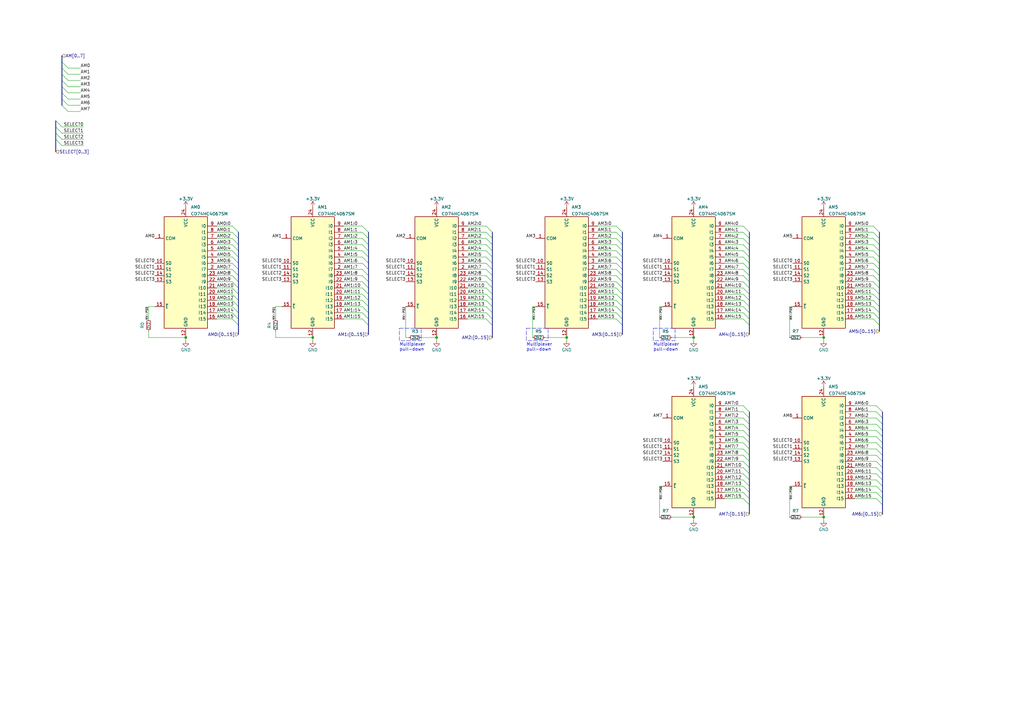
<source format=kicad_sch>
(kicad_sch (version 20230121) (generator eeschema)
  (paper "A3")
  (title_block (title "Chancey Keyboard") (date "2023-06-01") (rev "A-A"))
  (lib_symbols
    (symbol "74xx:CD74HC4067SM"
      (property "Reference" "U" (at -8.89 22.86 0))
      (property "Value" "CD74HC4067SM" (at 1.27 22.86 0))
      (symbol "CD74HC4067SM_0_1"
        (rectangle (start -8.89 21.59) (end 8.89 -24.13) (stroke (width 0.254)) (fill (type background)))
      )
      (symbol "CD74HC4067SM_1_1"
        (pin passive line (at -12.7 12.7 0) (length 3.81) (name "COM") (number "1"))
        (pin input line (at -12.7 2.54 0) (length 3.81) (name "S0") (number "10"))
        (pin input line (at -12.7 0 0) (length 3.81) (name "S1") (number "11"))
        (pin power_in line (at 0 -27.94 90) (length 3.81) (name "GND") (number "12"))
        (pin input line (at -12.7 -5.08 0) (length 3.81) (name "S3") (number "13"))
        (pin input line (at -12.7 -2.54 0) (length 3.81) (name "S2") (number "14"))
        (pin input line (at -12.7 -15.24 0) (length 3.81) (name "~{E}") (number "15"))
        (pin passive line (at 12.7 -20.32 180) (length 3.81) (name "I15") (number "16"))
        (pin passive line (at 12.7 -17.78 180) (length 3.81) (name "I14") (number "17"))
        (pin passive line (at 12.7 -15.24 180) (length 3.81) (name "I13") (number "18"))
        (pin passive line (at 12.7 -12.7 180) (length 3.81) (name "I12") (number "19"))
        (pin passive line (at 12.7 0 180) (length 3.81) (name "I7") (number "2"))
        (pin passive line (at 12.7 -10.16 180) (length 3.81) (name "I11") (number "20"))
        (pin passive line (at 12.7 -7.62 180) (length 3.81) (name "I10") (number "21"))
        (pin passive line (at 12.7 -5.08 180) (length 3.81) (name "I9") (number "22"))
        (pin passive line (at 12.7 -2.54 180) (length 3.81) (name "I8") (number "23"))
        (pin power_in line (at 0 25.4 270) (length 3.81) (name "VCC") (number "24"))
        (pin passive line (at 12.7 2.54 180) (length 3.81) (name "I6") (number "3"))
        (pin passive line (at 12.7 5.08 180) (length 3.81) (name "I5") (number "4"))
        (pin passive line (at 12.7 7.62 180) (length 3.81) (name "I4") (number "5"))
        (pin passive line (at 12.7 10.16 180) (length 3.81) (name "I3") (number "6"))
        (pin passive line (at 12.7 12.7 180) (length 3.81) (name "I2") (number "7"))
        (pin passive line (at 12.7 15.24 180) (length 3.81) (name "I1") (number "8"))
        (pin passive line (at 12.7 17.78 180) (length 3.81) (name "I0") (number "9"))
      )
    )
    (symbol "Device:R_Small" (pin_numbers hide) (pin_names (offset 0.254) hide)
      (property "Reference" "R" (at 0.762 0.508 0))
      (property "Value" "R_Small" (at 0.762 -1.016 0))
      (symbol "R_Small_0_1"
        (rectangle (start -0.762 1.778) (end 0.762 -1.778) (stroke (width 0.2032)))
      )
      (symbol "R_Small_1_1"
        (pin passive line (at 0 2.54 270) (length 0.762) (name "~") (number "1"))
        (pin passive line (at 0 -2.54 90) (length 0.762) (name "~") (number "2"))
      )
    )
    (symbol "power:+3.3V" (power) (pin_names (offset 0))
      (property "Value" "+3.3V" (at 0 3.556 0))
      (symbol "+3.3V_0_1"
        (polyline (pts (xy -0.762 1.27) (xy 0 2.54)))
        (polyline (pts (xy 0 0) (xy 0 2.54)))
        (polyline (pts (xy 0 2.54) (xy 0.762 1.27)))
      )
      (symbol "+3.3V_1_1"
        (pin power_in line (at 0 0 90) (length 0) hide (name "+3.3V") (number "1"))
      )
    )
    (symbol "power:GND" (power) (pin_names (offset 0))
      (property "Value" "GND" (at 0 -3.81 0))
      (symbol "GND_0_1"
        (polyline (pts (xy 0 0) (xy 0 -1.27) (xy 1.27 -1.27) (xy 0 -2.54) (xy -1.27 -1.27) (xy 0 -1.27)))
      )
      (symbol "GND_1_1"
        (pin power_in line (at 0 0 270) (length 0) hide (name "GND") (number "1"))
      )
    )
  )
  (junction (at 179.07 138.43))
  (junction (at 284.48 212.09))
  (junction (at 76.2 138.43))
  (junction (at 284.48 138.43))
  (junction (at 337.82 138.43))
  (junction (at 337.82 212.09))
  (junction (at 128.27 138.43))
  (junction (at 232.41 138.43))
  (bus_entry (at 304.8 97.79) (size 2.54 2.54))
  (bus_entry (at 304.8 176.53) (size 2.54 2.54))
  (bus_entry (at 199.39 92.71) (size 2.54 2.54))
  (bus_entry (at 359.41 191.77) (size 2.54 2.54))
  (bus_entry (at 304.8 166.37) (size 2.54 2.54))
  (bus_entry (at 304.8 189.23) (size 2.54 2.54))
  (bus_entry (at 252.73 128.27) (size 2.54 2.54))
  (bus_entry (at 199.39 130.81) (size 2.54 2.54))
  (bus_entry (at 358.14 130.81) (size 2.54 2.54))
  (bus_entry (at 359.41 194.31) (size 2.54 2.54))
  (bus_entry (at 359.41 181.61) (size 2.54 2.54))
  (bus_entry (at 304.8 118.11) (size 2.54 2.54))
  (bus_entry (at 252.73 130.81) (size 2.54 2.54))
  (bus_entry (at 95.25 92.71) (size 2.54 2.54))
  (bus_entry (at 358.14 120.65) (size 2.54 2.54))
  (bus_entry (at 252.73 113.03) (size 2.54 2.54))
  (bus_entry (at 95.25 130.81) (size 2.54 2.54))
  (bus_entry (at 304.8 191.77) (size 2.54 2.54))
  (bus_entry (at 25.4 43.18) (size 2.54 2.54))
  (bus_entry (at 199.39 123.19) (size 2.54 2.54))
  (bus_entry (at 304.8 204.47) (size 2.54 2.54))
  (bus_entry (at 252.73 95.25) (size 2.54 2.54))
  (bus_entry (at 252.73 92.71) (size 2.54 2.54))
  (bus_entry (at 304.8 110.49) (size 2.54 2.54))
  (bus_entry (at 358.14 92.71) (size 2.54 2.54))
  (bus_entry (at 358.14 100.33) (size 2.54 2.54))
  (bus_entry (at 95.25 115.57) (size 2.54 2.54))
  (bus_entry (at 304.8 184.15) (size 2.54 2.54))
  (bus_entry (at 304.8 95.25) (size 2.54 2.54))
  (bus_entry (at 148.59 102.87) (size 2.54 2.54))
  (bus_entry (at 304.8 100.33) (size 2.54 2.54))
  (bus_entry (at 304.8 107.95) (size 2.54 2.54))
  (bus_entry (at 95.25 118.11) (size 2.54 2.54))
  (bus_entry (at 304.8 105.41) (size 2.54 2.54))
  (bus_entry (at 358.14 123.19) (size 2.54 2.54))
  (bus_entry (at 95.25 105.41) (size 2.54 2.54))
  (bus_entry (at 359.41 173.99) (size 2.54 2.54))
  (bus_entry (at 199.39 118.11) (size 2.54 2.54))
  (bus_entry (at 358.14 115.57) (size 2.54 2.54))
  (bus_entry (at 304.8 128.27) (size 2.54 2.54))
  (bus_entry (at 304.8 181.61) (size 2.54 2.54))
  (bus_entry (at 304.8 168.91) (size 2.54 2.54))
  (bus_entry (at 95.25 113.03) (size 2.54 2.54))
  (bus_entry (at 252.73 120.65) (size 2.54 2.54))
  (bus_entry (at 304.8 186.69) (size 2.54 2.54))
  (bus_entry (at 358.14 97.79) (size 2.54 2.54))
  (bus_entry (at 358.14 125.73) (size 2.54 2.54))
  (bus_entry (at 199.39 102.87) (size 2.54 2.54))
  (bus_entry (at 252.73 100.33) (size 2.54 2.54))
  (bus_entry (at 358.14 102.87) (size 2.54 2.54))
  (bus_entry (at 22.86 52.07) (size 2.54 2.54))
  (bus_entry (at 148.59 113.03) (size 2.54 2.54))
  (bus_entry (at 304.8 171.45) (size 2.54 2.54))
  (bus_entry (at 25.4 25.4) (size 2.54 2.54))
  (bus_entry (at 304.8 179.07) (size 2.54 2.54))
  (bus_entry (at 95.25 125.73) (size 2.54 2.54))
  (bus_entry (at 359.41 176.53) (size 2.54 2.54))
  (bus_entry (at 95.25 97.79) (size 2.54 2.54))
  (bus_entry (at 148.59 92.71) (size 2.54 2.54))
  (bus_entry (at 304.8 125.73) (size 2.54 2.54))
  (bus_entry (at 199.39 113.03) (size 2.54 2.54))
  (bus_entry (at 358.14 105.41) (size 2.54 2.54))
  (bus_entry (at 358.14 110.49) (size 2.54 2.54))
  (bus_entry (at 25.4 38.1) (size 2.54 2.54))
  (bus_entry (at 358.14 118.11) (size 2.54 2.54))
  (bus_entry (at 22.86 57.15) (size 2.54 2.54))
  (bus_entry (at 148.59 128.27) (size 2.54 2.54))
  (bus_entry (at 359.41 189.23) (size 2.54 2.54))
  (bus_entry (at 199.39 107.95) (size 2.54 2.54))
  (bus_entry (at 252.73 125.73) (size 2.54 2.54))
  (bus_entry (at 252.73 110.49) (size 2.54 2.54))
  (bus_entry (at 358.14 128.27) (size 2.54 2.54))
  (bus_entry (at 25.4 33.02) (size 2.54 2.54))
  (bus_entry (at 304.8 102.87) (size 2.54 2.54))
  (bus_entry (at 304.8 130.81) (size 2.54 2.54))
  (bus_entry (at 304.8 196.85) (size 2.54 2.54))
  (bus_entry (at 25.4 40.64) (size 2.54 2.54))
  (bus_entry (at 304.8 199.39) (size 2.54 2.54))
  (bus_entry (at 304.8 123.19) (size 2.54 2.54))
  (bus_entry (at 148.59 125.73) (size 2.54 2.54))
  (bus_entry (at 359.41 204.47) (size 2.54 2.54))
  (bus_entry (at 359.41 168.91) (size 2.54 2.54))
  (bus_entry (at 148.59 123.19) (size 2.54 2.54))
  (bus_entry (at 304.8 201.93) (size 2.54 2.54))
  (bus_entry (at 25.4 35.56) (size 2.54 2.54))
  (bus_entry (at 95.25 100.33) (size 2.54 2.54))
  (bus_entry (at 148.59 120.65) (size 2.54 2.54))
  (bus_entry (at 199.39 97.79) (size 2.54 2.54))
  (bus_entry (at 304.8 92.71) (size 2.54 2.54))
  (bus_entry (at 359.41 196.85) (size 2.54 2.54))
  (bus_entry (at 22.86 49.53) (size 2.54 2.54))
  (bus_entry (at 252.73 97.79) (size 2.54 2.54))
  (bus_entry (at 304.8 120.65) (size 2.54 2.54))
  (bus_entry (at 304.8 115.57) (size 2.54 2.54))
  (bus_entry (at 148.59 100.33) (size 2.54 2.54))
  (bus_entry (at 199.39 100.33) (size 2.54 2.54))
  (bus_entry (at 148.59 105.41) (size 2.54 2.54))
  (bus_entry (at 252.73 118.11) (size 2.54 2.54))
  (bus_entry (at 95.25 123.19) (size 2.54 2.54))
  (bus_entry (at 359.41 199.39) (size 2.54 2.54))
  (bus_entry (at 95.25 95.25) (size 2.54 2.54))
  (bus_entry (at 252.73 102.87) (size 2.54 2.54))
  (bus_entry (at 148.59 95.25) (size 2.54 2.54))
  (bus_entry (at 199.39 95.25) (size 2.54 2.54))
  (bus_entry (at 358.14 113.03) (size 2.54 2.54))
  (bus_entry (at 25.4 30.48) (size 2.54 2.54))
  (bus_entry (at 199.39 128.27) (size 2.54 2.54))
  (bus_entry (at 304.8 173.99) (size 2.54 2.54))
  (bus_entry (at 199.39 125.73) (size 2.54 2.54))
  (bus_entry (at 148.59 130.81) (size 2.54 2.54))
  (bus_entry (at 199.39 110.49) (size 2.54 2.54))
  (bus_entry (at 95.25 120.65) (size 2.54 2.54))
  (bus_entry (at 304.8 113.03) (size 2.54 2.54))
  (bus_entry (at 25.4 27.94) (size 2.54 2.54))
  (bus_entry (at 252.73 105.41) (size 2.54 2.54))
  (bus_entry (at 359.41 184.15) (size 2.54 2.54))
  (bus_entry (at 359.41 166.37) (size 2.54 2.54))
  (bus_entry (at 199.39 120.65) (size 2.54 2.54))
  (bus_entry (at 95.25 128.27) (size 2.54 2.54))
  (bus_entry (at 199.39 115.57) (size 2.54 2.54))
  (bus_entry (at 95.25 110.49) (size 2.54 2.54))
  (bus_entry (at 148.59 107.95) (size 2.54 2.54))
  (bus_entry (at 359.41 171.45) (size 2.54 2.54))
  (bus_entry (at 358.14 107.95) (size 2.54 2.54))
  (bus_entry (at 359.41 201.93) (size 2.54 2.54))
  (bus_entry (at 148.59 118.11) (size 2.54 2.54))
  (bus_entry (at 148.59 115.57) (size 2.54 2.54))
  (bus_entry (at 304.8 194.31) (size 2.54 2.54))
  (bus_entry (at 359.41 179.07) (size 2.54 2.54))
  (bus_entry (at 148.59 110.49) (size 2.54 2.54))
  (bus_entry (at 252.73 123.19) (size 2.54 2.54))
  (bus_entry (at 359.41 186.69) (size 2.54 2.54))
  (bus_entry (at 95.25 102.87) (size 2.54 2.54))
  (bus_entry (at 252.73 107.95) (size 2.54 2.54))
  (bus_entry (at 358.14 95.25) (size 2.54 2.54))
  (bus_entry (at 22.86 54.61) (size 2.54 2.54))
  (bus_entry (at 95.25 107.95) (size 2.54 2.54))
  (bus_entry (at 148.59 97.79) (size 2.54 2.54))
  (bus_entry (at 252.73 115.57) (size 2.54 2.54))
  (bus_entry (at 199.39 105.41) (size 2.54 2.54))
  (bus (pts (xy 307.34 113.03) (xy 307.34 115.57)))
  (bus (pts (xy 307.34 194.31) (xy 307.34 196.85)))
  (bus (pts (xy 307.34 133.35) (xy 307.34 137.16)))
  (bus (pts (xy 255.27 100.33) (xy 255.27 102.87)))
  (wire (pts (xy 297.18 95.25) (xy 304.8 95.25)))
  (bus (pts (xy 361.95 196.85) (xy 361.95 199.39)))
  (bus (pts (xy 255.27 125.73) (xy 255.27 128.27)))
  (wire (pts (xy 60.96 125.73) (xy 60.96 130.81)))
  (bus (pts (xy 97.79 130.81) (xy 97.79 133.35)))
  (wire (pts (xy 297.18 184.15) (xy 304.8 184.15)))
  (wire (pts (xy 297.18 186.69) (xy 304.8 186.69)))
  (wire (pts (xy 328.93 138.43) (xy 337.82 138.43)))
  (bus (pts (xy 255.27 95.25) (xy 255.27 97.79)))
  (wire (pts (xy 25.4 57.15) (xy 34.29 57.15)))
  (wire (pts (xy 128.27 139.7) (xy 128.27 138.43)))
  (bus (pts (xy 25.4 33.02) (xy 25.4 35.56)))
  (bus (pts (xy 361.95 173.99) (xy 361.95 176.53)))
  (wire (pts (xy 297.18 199.39) (xy 304.8 199.39)))
  (wire (pts (xy 113.03 125.73) (xy 115.57 125.73)))
  (bus (pts (xy 307.34 95.25) (xy 307.34 97.79)))
  (bus (pts (xy 22.86 49.53) (xy 22.86 52.07)))
  (wire (pts (xy 140.97 102.87) (xy 148.59 102.87)))
  (bus (pts (xy 361.95 184.15) (xy 361.95 186.69)))
  (bus (pts (xy 22.86 57.15) (xy 22.86 62.23)))
  (wire (pts (xy 60.96 138.43) (xy 60.96 135.89)))
  (bus (pts (xy 201.93 125.73) (xy 201.93 128.27)))
  (wire (pts (xy 88.9 105.41) (xy 95.25 105.41)))
  (wire (pts (xy 297.18 179.07) (xy 304.8 179.07)))
  (wire (pts (xy 27.94 45.72) (xy 33.02 45.72)))
  (bus (pts (xy 201.93 100.33) (xy 201.93 102.87)))
  (bus (pts (xy 97.79 115.57) (xy 97.79 118.11)))
  (wire (pts (xy 140.97 130.81) (xy 148.59 130.81)))
  (wire (pts (xy 297.18 168.91) (xy 304.8 168.91)))
  (bus (pts (xy 307.34 207.01) (xy 307.34 210.82)))
  (wire (pts (xy 191.77 102.87) (xy 199.39 102.87)))
  (bus (pts (xy 255.27 123.19) (xy 255.27 125.73)))
  (bus (pts (xy 201.93 128.27) (xy 201.93 130.81)))
  (wire (pts (xy 88.9 95.25) (xy 95.25 95.25)))
  (wire (pts (xy 27.94 33.02) (xy 33.02 33.02)))
  (bus (pts (xy 307.34 173.99) (xy 307.34 176.53)))
  (bus (pts (xy 360.68 118.11) (xy 360.68 120.65)))
  (wire (pts (xy 27.94 40.64) (xy 33.02 40.64)))
  (wire (pts (xy 275.59 138.43) (xy 284.48 138.43)))
  (wire (pts (xy 297.18 125.73) (xy 304.8 125.73)))
  (wire (pts (xy 350.52 128.27) (xy 358.14 128.27)))
  (wire (pts (xy 350.52 191.77) (xy 359.41 191.77)))
  (wire (pts (xy 245.11 92.71) (xy 252.73 92.71)))
  (wire (pts (xy 245.11 115.57) (xy 252.73 115.57)))
  (bus (pts (xy 360.68 133.35) (xy 360.68 135.89)))
  (wire (pts (xy 245.11 125.73) (xy 252.73 125.73)))
  (wire (pts (xy 350.52 199.39) (xy 359.41 199.39)))
  (wire (pts (xy 191.77 95.25) (xy 199.39 95.25)))
  (bus (pts (xy 307.34 115.57) (xy 307.34 118.11)))
  (bus (pts (xy 360.68 128.27) (xy 360.68 130.81)))
  (wire (pts (xy 245.11 102.87) (xy 252.73 102.87)))
  (wire (pts (xy 337.82 213.36) (xy 337.82 212.09)))
  (bus (pts (xy 360.68 107.95) (xy 360.68 110.49)))
  (bus (pts (xy 307.34 186.69) (xy 307.34 189.23)))
  (wire (pts (xy 27.94 27.94) (xy 33.02 27.94)))
  (wire (pts (xy 245.11 95.25) (xy 252.73 95.25)))
  (wire (pts (xy 350.52 110.49) (xy 358.14 110.49)))
  (wire (pts (xy 297.18 191.77) (xy 304.8 191.77)))
  (bus (pts (xy 361.95 189.23) (xy 361.95 191.77)))
  (bus (pts (xy 307.34 179.07) (xy 307.34 181.61)))
  (bus (pts (xy 97.79 110.49) (xy 97.79 113.03)))
  (bus (pts (xy 201.93 118.11) (xy 201.93 120.65)))
  (wire (pts (xy 350.52 97.79) (xy 358.14 97.79)))
  (wire (pts (xy 350.52 204.47) (xy 359.41 204.47)))
  (wire (pts (xy 25.4 52.07) (xy 34.29 52.07)))
  (bus (pts (xy 360.68 115.57) (xy 360.68 118.11)))
  (bus (pts (xy 201.93 120.65) (xy 201.93 123.19)))
  (bus (pts (xy 151.13 118.11) (xy 151.13 120.65)))
  (bus (pts (xy 201.93 105.41) (xy 201.93 107.95)))
  (bus (pts (xy 307.34 105.41) (xy 307.34 107.95)))
  (bus (pts (xy 255.27 113.03) (xy 255.27 115.57)))
  (wire (pts (xy 76.2 139.7) (xy 76.2 138.43)))
  (bus (pts (xy 97.79 95.25) (xy 97.79 97.79)))
  (wire (pts (xy 218.44 125.73) (xy 219.71 125.73)))
  (bus (pts (xy 151.13 123.19) (xy 151.13 125.73)))
  (wire (pts (xy 323.85 125.73) (xy 325.12 125.73)))
  (wire (pts (xy 297.18 181.61) (xy 304.8 181.61)))
  (bus (pts (xy 307.34 199.39) (xy 307.34 201.93)))
  (bus (pts (xy 360.68 113.03) (xy 360.68 115.57)))
  (wire (pts (xy 88.9 110.49) (xy 95.25 110.49)))
  (bus (pts (xy 201.93 102.87) (xy 201.93 105.41)))
  (bus (pts (xy 151.13 115.57) (xy 151.13 118.11)))
  (wire (pts (xy 191.77 118.11) (xy 199.39 118.11)))
  (wire (pts (xy 191.77 130.81) (xy 199.39 130.81)))
  (wire (pts (xy 323.85 138.43) (xy 323.85 125.73)))
  (wire (pts (xy 297.18 166.37) (xy 304.8 166.37)))
  (wire (pts (xy 232.41 139.7) (xy 232.41 138.43)))
  (bus (pts (xy 307.34 168.91) (xy 307.34 171.45)))
  (bus (pts (xy 151.13 105.41) (xy 151.13 107.95)))
  (bus (pts (xy 97.79 100.33) (xy 97.79 102.87)))
  (bus (pts (xy 201.93 107.95) (xy 201.93 110.49)))
  (bus (pts (xy 25.4 30.48) (xy 25.4 33.02)))
  (bus (pts (xy 360.68 125.73) (xy 360.68 128.27)))
  (wire (pts (xy 297.18 118.11) (xy 304.8 118.11)))
  (bus (pts (xy 360.68 105.41) (xy 360.68 107.95)))
  (bus (pts (xy 151.13 128.27) (xy 151.13 130.81)))
  (bus (pts (xy 97.79 107.95) (xy 97.79 110.49)))
  (bus (pts (xy 255.27 102.87) (xy 255.27 105.41)))
  (wire (pts (xy 140.97 97.79) (xy 148.59 97.79)))
  (wire (pts (xy 191.77 100.33) (xy 199.39 100.33)))
  (bus (pts (xy 151.13 97.79) (xy 151.13 100.33)))
  (wire (pts (xy 191.77 105.41) (xy 199.39 105.41)))
  (bus (pts (xy 97.79 133.35) (xy 97.79 137.16)))
  (wire (pts (xy 323.85 199.39) (xy 325.12 199.39)))
  (bus (pts (xy 361.95 207.01) (xy 361.95 210.82)))
  (wire (pts (xy 140.97 118.11) (xy 148.59 118.11)))
  (bus (pts (xy 307.34 176.53) (xy 307.34 179.07)))
  (wire (pts (xy 245.11 118.11) (xy 252.73 118.11)))
  (bus (pts (xy 307.34 102.87) (xy 307.34 105.41)))
  (wire (pts (xy 140.97 115.57) (xy 148.59 115.57)))
  (wire (pts (xy 297.18 102.87) (xy 304.8 102.87)))
  (wire (pts (xy 140.97 105.41) (xy 148.59 105.41)))
  (wire (pts (xy 27.94 43.18) (xy 33.02 43.18)))
  (bus (pts (xy 307.34 107.95) (xy 307.34 110.49)))
  (wire (pts (xy 245.11 113.03) (xy 252.73 113.03)))
  (wire (pts (xy 350.52 123.19) (xy 358.14 123.19)))
  (wire (pts (xy 297.18 173.99) (xy 304.8 173.99)))
  (bus (pts (xy 360.68 130.81) (xy 360.68 133.35)))
  (wire (pts (xy 297.18 113.03) (xy 304.8 113.03)))
  (wire (pts (xy 297.18 105.41) (xy 304.8 105.41)))
  (wire (pts (xy 350.52 125.73) (xy 358.14 125.73)))
  (wire (pts (xy 297.18 100.33) (xy 304.8 100.33)))
  (bus (pts (xy 307.34 201.93) (xy 307.34 204.47)))
  (bus (pts (xy 255.27 115.57) (xy 255.27 118.11)))
  (bus (pts (xy 201.93 97.79) (xy 201.93 100.33)))
  (wire (pts (xy 245.11 130.81) (xy 252.73 130.81)))
  (wire (pts (xy 350.52 107.95) (xy 358.14 107.95)))
  (bus (pts (xy 255.27 133.35) (xy 255.27 137.16)))
  (bus (pts (xy 361.95 199.39) (xy 361.95 201.93)))
  (bus (pts (xy 307.34 123.19) (xy 307.34 125.73)))
  (wire (pts (xy 218.44 138.43) (xy 218.44 125.73)))
  (wire (pts (xy 297.18 120.65) (xy 304.8 120.65)))
  (wire (pts (xy 350.52 186.69) (xy 359.41 186.69)))
  (bus (pts (xy 25.4 22.86) (xy 25.4 25.4)))
  (bus (pts (xy 361.95 194.31) (xy 361.95 196.85)))
  (wire (pts (xy 245.11 128.27) (xy 252.73 128.27)))
  (wire (pts (xy 337.82 139.7) (xy 337.82 138.43)))
  (bus (pts (xy 97.79 118.11) (xy 97.79 120.65)))
  (bus (pts (xy 151.13 100.33) (xy 151.13 102.87)))
  (bus (pts (xy 201.93 133.35) (xy 201.93 138.43)))
  (wire (pts (xy 191.77 120.65) (xy 199.39 120.65)))
  (wire (pts (xy 284.48 213.36) (xy 284.48 212.09)))
  (bus (pts (xy 307.34 125.73) (xy 307.34 128.27)))
  (wire (pts (xy 191.77 107.95) (xy 199.39 107.95)))
  (wire (pts (xy 88.9 107.95) (xy 95.25 107.95)))
  (bus (pts (xy 361.95 191.77) (xy 361.95 194.31)))
  (bus (pts (xy 361.95 176.53) (xy 361.95 179.07)))
  (wire (pts (xy 140.97 92.71) (xy 148.59 92.71)))
  (wire (pts (xy 270.51 212.09) (xy 270.51 199.39)))
  (wire (pts (xy 297.18 204.47) (xy 304.8 204.47)))
  (wire (pts (xy 350.52 115.57) (xy 358.14 115.57)))
  (bus (pts (xy 307.34 120.65) (xy 307.34 123.19)))
  (wire (pts (xy 166.37 125.73) (xy 166.37 138.43)))
  (bus (pts (xy 151.13 110.49) (xy 151.13 113.03)))
  (bus (pts (xy 97.79 125.73) (xy 97.79 128.27)))
  (bus (pts (xy 25.4 25.4) (xy 25.4 27.94)))
  (wire (pts (xy 350.52 173.99) (xy 359.41 173.99)))
  (bus (pts (xy 307.34 97.79) (xy 307.34 100.33)))
  (wire (pts (xy 350.52 130.81) (xy 358.14 130.81)))
  (bus (pts (xy 307.34 184.15) (xy 307.34 186.69)))
  (wire (pts (xy 113.03 138.43) (xy 113.03 135.89)))
  (bus (pts (xy 307.34 191.77) (xy 307.34 194.31)))
  (bus (pts (xy 255.27 97.79) (xy 255.27 100.33)))
  (bus (pts (xy 307.34 181.61) (xy 307.34 184.15)))
  (bus (pts (xy 151.13 113.03) (xy 151.13 115.57)))
  (wire (pts (xy 88.9 125.73) (xy 95.25 125.73)))
  (wire (pts (xy 88.9 118.11) (xy 95.25 118.11)))
  (wire (pts (xy 140.97 113.03) (xy 148.59 113.03)))
  (wire (pts (xy 88.9 128.27) (xy 95.25 128.27)))
  (wire (pts (xy 245.11 100.33) (xy 252.73 100.33)))
  (wire (pts (xy 113.03 138.43) (xy 128.27 138.43)))
  (bus (pts (xy 307.34 171.45) (xy 307.34 173.99)))
  (bus (pts (xy 361.95 168.91) (xy 361.95 171.45)))
  (wire (pts (xy 350.52 179.07) (xy 359.41 179.07)))
  (wire (pts (xy 350.52 196.85) (xy 359.41 196.85)))
  (wire (pts (xy 350.52 118.11) (xy 358.14 118.11)))
  (wire (pts (xy 88.9 100.33) (xy 95.25 100.33)))
  (bus (pts (xy 255.27 118.11) (xy 255.27 120.65)))
  (wire (pts (xy 284.48 139.7) (xy 284.48 138.43)))
  (bus (pts (xy 307.34 130.81) (xy 307.34 133.35)))
  (bus (pts (xy 255.27 120.65) (xy 255.27 123.19)))
  (bus (pts (xy 151.13 102.87) (xy 151.13 105.41)))
  (bus (pts (xy 255.27 105.41) (xy 255.27 107.95)))
  (bus (pts (xy 307.34 128.27) (xy 307.34 130.81)))
  (wire (pts (xy 297.18 171.45) (xy 304.8 171.45)))
  (bus (pts (xy 97.79 102.87) (xy 97.79 105.41)))
  (wire (pts (xy 113.03 130.81) (xy 113.03 125.73)))
  (wire (pts (xy 270.51 199.39) (xy 271.78 199.39)))
  (wire (pts (xy 350.52 166.37) (xy 359.41 166.37)))
  (wire (pts (xy 297.18 115.57) (xy 304.8 115.57)))
  (wire (pts (xy 350.52 105.41) (xy 358.14 105.41)))
  (bus (pts (xy 201.93 110.49) (xy 201.93 113.03)))
  (wire (pts (xy 88.9 115.57) (xy 95.25 115.57)))
  (wire (pts (xy 297.18 123.19) (xy 304.8 123.19)))
  (wire (pts (xy 297.18 196.85) (xy 304.8 196.85)))
  (wire (pts (xy 191.77 123.19) (xy 199.39 123.19)))
  (wire (pts (xy 191.77 113.03) (xy 199.39 113.03)))
  (wire (pts (xy 140.97 120.65) (xy 148.59 120.65)))
  (wire (pts (xy 88.9 123.19) (xy 95.25 123.19)))
  (bus (pts (xy 361.95 201.93) (xy 361.95 204.47)))
  (wire (pts (xy 297.18 189.23) (xy 304.8 189.23)))
  (wire (pts (xy 297.18 130.81) (xy 304.8 130.81)))
  (wire (pts (xy 270.51 138.43) (xy 270.51 125.73)))
  (bus (pts (xy 201.93 130.81) (xy 201.93 133.35)))
  (wire (pts (xy 140.97 95.25) (xy 148.59 95.25)))
  (wire (pts (xy 88.9 130.81) (xy 95.25 130.81)))
  (wire (pts (xy 297.18 201.93) (xy 304.8 201.93)))
  (wire (pts (xy 297.18 176.53) (xy 304.8 176.53)))
  (bus (pts (xy 151.13 120.65) (xy 151.13 123.19)))
  (bus (pts (xy 307.34 118.11) (xy 307.34 120.65)))
  (wire (pts (xy 350.52 184.15) (xy 359.41 184.15)))
  (wire (pts (xy 140.97 100.33) (xy 148.59 100.33)))
  (bus (pts (xy 97.79 97.79) (xy 97.79 100.33)))
  (wire (pts (xy 191.77 97.79) (xy 199.39 97.79)))
  (wire (pts (xy 27.94 35.56) (xy 33.02 35.56)))
  (bus (pts (xy 97.79 128.27) (xy 97.79 130.81)))
  (bus (pts (xy 307.34 100.33) (xy 307.34 102.87)))
  (wire (pts (xy 140.97 123.19) (xy 148.59 123.19)))
  (wire (pts (xy 25.4 54.61) (xy 34.29 54.61)))
  (bus (pts (xy 360.68 110.49) (xy 360.68 113.03)))
  (bus (pts (xy 360.68 97.79) (xy 360.68 100.33)))
  (bus (pts (xy 360.68 102.87) (xy 360.68 105.41)))
  (bus (pts (xy 307.34 196.85) (xy 307.34 199.39)))
  (bus (pts (xy 22.86 52.07) (xy 22.86 54.61)))
  (wire (pts (xy 270.51 125.73) (xy 271.78 125.73)))
  (bus (pts (xy 307.34 189.23) (xy 307.34 191.77)))
  (bus (pts (xy 151.13 130.81) (xy 151.13 133.35)))
  (wire (pts (xy 350.52 181.61) (xy 359.41 181.61)))
  (wire (pts (xy 60.96 125.73) (xy 63.5 125.73)))
  (bus (pts (xy 360.68 95.25) (xy 360.68 97.79)))
  (wire (pts (xy 245.11 110.49) (xy 252.73 110.49)))
  (wire (pts (xy 245.11 97.79) (xy 252.73 97.79)))
  (wire (pts (xy 328.93 212.09) (xy 337.82 212.09)))
  (wire (pts (xy 350.52 194.31) (xy 359.41 194.31)))
  (bus (pts (xy 361.95 186.69) (xy 361.95 189.23)))
  (bus (pts (xy 97.79 113.03) (xy 97.79 115.57)))
  (wire (pts (xy 350.52 113.03) (xy 358.14 113.03)))
  (wire (pts (xy 140.97 107.95) (xy 148.59 107.95)))
  (bus (pts (xy 201.93 95.25) (xy 201.93 97.79)))
  (bus (pts (xy 25.4 27.94) (xy 25.4 30.48)))
  (bus (pts (xy 97.79 120.65) (xy 97.79 123.19)))
  (wire (pts (xy 60.96 138.43) (xy 76.2 138.43)))
  (bus (pts (xy 25.4 38.1) (xy 25.4 40.64)))
  (wire (pts (xy 350.52 201.93) (xy 359.41 201.93)))
  (wire (pts (xy 167.64 138.43) (xy 166.37 138.43)))
  (bus (pts (xy 151.13 125.73) (xy 151.13 128.27)))
  (bus (pts (xy 151.13 107.95) (xy 151.13 110.49)))
  (bus (pts (xy 255.27 128.27) (xy 255.27 130.81)))
  (wire (pts (xy 191.77 128.27) (xy 199.39 128.27)))
  (wire (pts (xy 297.18 110.49) (xy 304.8 110.49)))
  (wire (pts (xy 245.11 120.65) (xy 252.73 120.65)))
  (wire (pts (xy 350.52 92.71) (xy 358.14 92.71)))
  (wire (pts (xy 297.18 97.79) (xy 304.8 97.79)))
  (wire (pts (xy 179.07 139.7) (xy 179.07 138.43)))
  (wire (pts (xy 88.9 120.65) (xy 95.25 120.65)))
  (wire (pts (xy 88.9 92.71) (xy 95.25 92.71)))
  (bus (pts (xy 255.27 130.81) (xy 255.27 133.35)))
  (bus (pts (xy 255.27 110.49) (xy 255.27 113.03)))
  (wire (pts (xy 245.11 105.41) (xy 252.73 105.41)))
  (wire (pts (xy 297.18 107.95) (xy 304.8 107.95)))
  (wire (pts (xy 27.94 30.48) (xy 33.02 30.48)))
  (bus (pts (xy 360.68 120.65) (xy 360.68 123.19)))
  (wire (pts (xy 223.52 138.43) (xy 232.41 138.43)))
  (wire (pts (xy 140.97 128.27) (xy 148.59 128.27)))
  (bus (pts (xy 97.79 123.19) (xy 97.79 125.73)))
  (wire (pts (xy 88.9 97.79) (xy 95.25 97.79)))
  (bus (pts (xy 25.4 35.56) (xy 25.4 38.1)))
  (bus (pts (xy 360.68 123.19) (xy 360.68 125.73)))
  (bus (pts (xy 361.95 179.07) (xy 361.95 181.61)))
  (wire (pts (xy 245.11 107.95) (xy 252.73 107.95)))
  (bus (pts (xy 201.93 113.03) (xy 201.93 115.57)))
  (bus (pts (xy 25.4 40.64) (xy 25.4 43.18)))
  (bus (pts (xy 255.27 107.95) (xy 255.27 110.49)))
  (wire (pts (xy 275.59 212.09) (xy 284.48 212.09)))
  (wire (pts (xy 191.77 115.57) (xy 199.39 115.57)))
  (wire (pts (xy 140.97 125.73) (xy 148.59 125.73)))
  (bus (pts (xy 307.34 110.49) (xy 307.34 113.03)))
  (wire (pts (xy 350.52 120.65) (xy 358.14 120.65)))
  (wire (pts (xy 350.52 102.87) (xy 358.14 102.87)))
  (bus (pts (xy 22.86 54.61) (xy 22.86 57.15)))
  (bus (pts (xy 360.68 100.33) (xy 360.68 102.87)))
  (bus (pts (xy 361.95 181.61) (xy 361.95 184.15)))
  (wire (pts (xy 27.94 38.1) (xy 33.02 38.1)))
  (bus (pts (xy 307.34 204.47) (xy 307.34 207.01)))
  (wire (pts (xy 172.72 138.43) (xy 179.07 138.43)))
  (wire (pts (xy 140.97 110.49) (xy 148.59 110.49)))
  (wire (pts (xy 191.77 110.49) (xy 199.39 110.49)))
  (bus (pts (xy 361.95 204.47) (xy 361.95 207.01)))
  (wire (pts (xy 350.52 168.91) (xy 359.41 168.91)))
  (wire (pts (xy 88.9 102.87) (xy 95.25 102.87)))
  (bus (pts (xy 151.13 133.35) (xy 151.13 137.16)))
  (wire (pts (xy 323.85 212.09) (xy 323.85 199.39)))
  (wire (pts (xy 25.4 59.69) (xy 34.29 59.69)))
  (bus (pts (xy 361.95 171.45) (xy 361.95 173.99)))
  (wire (pts (xy 297.18 194.31) (xy 304.8 194.31)))
  (bus (pts (xy 151.13 95.25) (xy 151.13 97.79)))
  (wire (pts (xy 191.77 92.71) (xy 199.39 92.71)))
  (wire (pts (xy 297.18 128.27) (xy 304.8 128.27)))
  (wire (pts (xy 350.52 171.45) (xy 359.41 171.45)))
  (bus (pts (xy 97.79 105.41) (xy 97.79 107.95)))
  (wire (pts (xy 350.52 189.23) (xy 359.41 189.23)))
  (wire (pts (xy 350.52 95.25) (xy 358.14 95.25)))
  (wire (pts (xy 297.18 92.71) (xy 304.8 92.71)))
  (wire (pts (xy 88.9 113.03) (xy 95.25 113.03)))
  (wire (pts (xy 245.11 123.19) (xy 252.73 123.19)))
  (bus (pts (xy 201.93 115.57) (xy 201.93 118.11)))
  (bus (pts (xy 201.93 123.19) (xy 201.93 125.73)))
  (wire (pts (xy 350.52 176.53) (xy 359.41 176.53)))
  (wire (pts (xy 191.77 125.73) (xy 199.39 125.73)))
  (wire (pts (xy 350.52 100.33) (xy 358.14 100.33)))
  (rectangle (start 267.97 134.62) (end 276.86 139.7) (stroke (width 0) (type dash)))
  (rectangle (start 163.83 134.62) (end 172.72 139.7) (stroke (width 0) (type dash)))
  (rectangle (start 215.9 134.62) (end 224.79 139.7) (stroke (width 0) (type dash)))
  (text "Multiplexer \npull-down" (at 267.97 144.145 0) (effects (font (size 1.27 1.27)) (justify left bottom)))
  (text "Multiplexer \npull-down" (at 163.83 144.145 0) (effects (font (size 1.27 1.27)) (justify left bottom)))
  (text "Multiplexer \npull-down" (at 215.9 144.145 0) (effects (font (size 1.27 1.27)) (justify left bottom)))
  (label "MX-PD3" (at 219.71 125.73 270) (effects (font (size 0.85 0.85))))
  (label "AM6:5" (at 350.52 179.07 0))
  (label "AM1:10" (at 140.97 118.11 0))
  (label "AM0:2" (at 88.9 97.79 0))
  (label "AM7:7" (at 297.18 184.15 0))
  (label "AM0:10" (at 88.9 118.11 0))
  (label "AM7:12" (at 297.18 196.85 0))
  (label "AM4:7" (at 297.18 110.49 0))
  (label "AM5" (at 33.02 40.64 0))
  (label "SELECT0" (at 34.29 52.07 180))
  (label "AM1:11" (at 140.97 120.65 0))
  (label "AM6:2" (at 350.52 171.45 0))
  (label "AM3:0" (at 245.11 92.71 0))
  (label "AM1:5" (at 140.97 105.41 0))
  (label "SELECT0" (at 219.71 107.95 180))
  (label "AM3" (at 219.71 97.79 180))
  (label "AM0:6" (at 88.9 107.95 0))
  (label "AM1:15" (at 140.97 130.81 0))
  (label "SELECT2" (at 115.57 113.03 180))
  (label "AM1" (at 33.02 30.48 0))
  (label "AM3:13" (at 245.11 125.73 0))
  (label "AM7:5" (at 297.18 179.07 0))
  (label "AM7:13" (at 297.18 199.39 0))
  (label "AM1:12" (at 140.97 123.19 0))
  (label "AM2:5" (at 191.77 105.41 0))
  (label "AM5:5" (at 350.52 105.41 0))
  (label "SELECT2" (at 34.29 57.15 180))
  (label "AM2:12" (at 191.77 123.19 0))
  (label "AM5:0" (at 350.52 92.71 0))
  (label "AM3:8" (at 245.11 113.03 0))
  (label "AM4:0" (at 297.18 92.71 0))
  (label "AM2:11" (at 191.77 120.65 0))
  (label "AM5:8" (at 350.52 113.03 0))
  (label "AM3:7" (at 245.11 110.49 0))
  (label "SELECT2" (at 325.12 113.03 180))
  (label "AM7:14" (at 297.18 201.93 0))
  (label "AM6:11" (at 350.52 194.31 0))
  (label "AM5:12" (at 350.52 123.19 0))
  (label "AM3:2" (at 245.11 97.79 0))
  (label "SELECT1" (at 34.29 54.61 180))
  (label "SELECT2" (at 63.5 113.03 180))
  (label "MX-PD4" (at 271.78 125.73 270) (effects (font (size 0.85 0.85))))
  (label "AM3:14" (at 245.11 128.27 0))
  (label "SELECT3" (at 325.12 115.57 180))
  (label "AM0:0" (at 88.9 92.71 0))
  (label "AM2:0" (at 191.77 92.71 0))
  (label "AM0:11" (at 88.9 120.65 0))
  (label "AM7" (at 271.78 171.45 180))
  (label "AM0:4" (at 88.9 102.87 0))
  (label "AM0:5" (at 88.9 105.41 0))
  (label "AM4" (at 33.02 38.1 0))
  (label "AM3:12" (at 245.11 123.19 0))
  (label "AM0:1" (at 88.9 95.25 0))
  (label "SELECT2" (at 166.37 113.03 180))
  (label "AM5:10" (at 350.52 118.11 0))
  (label "AM7:15" (at 297.18 204.47 0))
  (label "AM7:4" (at 297.18 176.53 0))
  (label "AM4:4" (at 297.18 102.87 0))
  (label "AM6:10" (at 350.52 191.77 0))
  (label "AM4:3" (at 297.18 100.33 0))
  (label "SELECT1" (at 271.78 184.15 180))
  (label "AM0:15" (at 88.9 130.81 0))
  (label "SELECT3" (at 34.29 59.69 180))
  (label "SELECT0" (at 271.78 107.95 180))
  (label "AM6:1" (at 350.52 168.91 0))
  (label "AM4:10" (at 297.18 118.11 0))
  (label "AM6:13" (at 350.52 199.39 0))
  (label "AM4:9" (at 297.18 115.57 0))
  (label "AM2:4" (at 191.77 102.87 0))
  (label "AM5:14" (at 350.52 128.27 0))
  (label "AM0" (at 63.5 97.79 180))
  (label "SELECT1" (at 325.12 184.15 180))
  (label "AM2:2" (at 191.77 97.79 0))
  (label "AM2:8" (at 191.77 113.03 0))
  (label "AM4" (at 271.78 97.79 180))
  (label "AM2" (at 166.37 97.79 180))
  (label "AM4:6" (at 297.18 107.95 0))
  (label "AM2:15" (at 191.77 130.81 0))
  (label "SELECT0" (at 166.37 107.95 180))
  (label "AM6:12" (at 350.52 196.85 0))
  (label "SELECT2" (at 325.12 186.69 180))
  (label "AM4:12" (at 297.18 123.19 0))
  (label "AM6:14" (at 350.52 201.93 0))
  (label "AM6:3" (at 350.52 173.99 0))
  (label "AM6:9" (at 350.52 189.23 0))
  (label "AM6:15" (at 350.52 204.47 0))
  (label "SELECT1" (at 166.37 110.49 180))
  (label "AM3:1" (at 245.11 95.25 0))
  (label "AM6:6" (at 350.52 181.61 0))
  (label "MX-PD6" (at 325.12 199.39 270) (effects (font (size 0.85 0.85))))
  (label "MX-PD0" (at 60.96 125.73 270) (effects (font (size 0.85 0.85))))
  (label "AM0:9" (at 88.9 115.57 0))
  (label "AM0:14" (at 88.9 128.27 0))
  (label "AM7:8" (at 297.18 186.69 0))
  (label "AM7:1" (at 297.18 168.91 0))
  (label "AM7:3" (at 297.18 173.99 0))
  (label "AM7:11" (at 297.18 194.31 0))
  (label "AM7:2" (at 297.18 171.45 0))
  (label "AM1:0" (at 140.97 92.71 0))
  (label "AM5:15" (at 350.52 130.81 0))
  (label "AM5:11" (at 350.52 120.65 0))
  (label "AM6" (at 33.02 43.18 0))
  (label "AM1:14" (at 140.97 128.27 0))
  (label "AM5:9" (at 350.52 115.57 0))
  (label "SELECT2" (at 271.78 186.69 180))
  (label "AM0" (at 33.02 27.94 0))
  (label "AM2:13" (at 191.77 125.73 0))
  (label "AM5" (at 325.12 97.79 180))
  (label "AM2:14" (at 191.77 128.27 0))
  (label "AM6:4" (at 350.52 176.53 0))
  (label "AM2:6" (at 191.77 107.95 0))
  (label "AM2:7" (at 191.77 110.49 0))
  (label "SELECT2" (at 219.71 113.03 180))
  (label "AM2:9" (at 191.77 115.57 0))
  (label "SELECT0" (at 63.5 107.95 180))
  (label "AM1:9" (at 140.97 115.57 0))
  (label "AM5:4" (at 350.52 102.87 0))
  (label "AM0:8" (at 88.9 113.03 0))
  (label "AM7:6" (at 297.18 181.61 0))
  (label "AM6:8" (at 350.52 186.69 0))
  (label "AM1:3" (at 140.97 100.33 0))
  (label "AM7:9" (at 297.18 189.23 0))
  (label "AM4:11" (at 297.18 120.65 0))
  (label "AM5:3" (at 350.52 100.33 0))
  (label "MX-PD5" (at 325.12 125.73 270) (effects (font (size 0.85 0.85))))
  (label "AM2:3" (at 191.77 100.33 0))
  (label "SELECT0" (at 271.78 181.61 180))
  (label "AM0:12" (at 88.9 123.19 0))
  (label "SELECT0" (at 325.12 181.61 180))
  (label "SELECT3" (at 325.12 189.23 180))
  (label "AM4:8" (at 297.18 113.03 0))
  (label "SELECT1" (at 271.78 110.49 180))
  (label "SELECT2" (at 271.78 113.03 180))
  (label "AM1" (at 115.57 97.79 180))
  (label "AM4:2" (at 297.18 97.79 0))
  (label "SELECT3" (at 63.5 115.57 180))
  (label "AM1:13" (at 140.97 125.73 0))
  (label "AM3:6" (at 245.11 107.95 0))
  (label "AM3:4" (at 245.11 102.87 0))
  (label "AM7:10" (at 297.18 191.77 0))
  (label "MX-PD2" (at 166.37 125.73 270) (effects (font (size 0.85 0.85))))
  (label "SELECT1" (at 63.5 110.49 180))
  (label "AM3:10" (at 245.11 118.11 0))
  (label "AM0:13" (at 88.9 125.73 0))
  (label "MX-PD1" (at 113.03 125.73 270) (effects (font (size 0.85 0.85))))
  (label "AM7:0" (at 297.18 166.37 0))
  (label "AM2:1" (at 191.77 95.25 0))
  (label "AM1:6" (at 140.97 107.95 0))
  (label "SELECT1" (at 325.12 110.49 180))
  (label "AM2:10" (at 191.77 118.11 0))
  (label "SELECT1" (at 219.71 110.49 180))
  (label "AM5:13" (at 350.52 125.73 0))
  (label "AM1:1" (at 140.97 95.25 0))
  (label "AM4:13" (at 297.18 125.73 0))
  (label "AM3:11" (at 245.11 120.65 0))
  (label "AM5:2" (at 350.52 97.79 0))
  (label "AM3:5" (at 245.11 105.41 0))
  (label "SELECT3" (at 271.78 115.57 180))
  (label "AM1:8" (at 140.97 113.03 0))
  (label "SELECT3" (at 166.37 115.57 180))
  (label "AM3:9" (at 245.11 115.57 0))
  (label "AM3:3" (at 245.11 100.33 0))
  (label "AM6:0" (at 350.52 166.37 0))
  (label "SELECT1" (at 115.57 110.49 180))
  (label "AM4:15" (at 297.18 130.81 0))
  (label "AM2" (at 33.02 33.02 0))
  (label "AM5:1" (at 350.52 95.25 0))
  (label "AM6" (at 325.12 171.45 180))
  (label "AM5:7" (at 350.52 110.49 0))
  (label "AM6:7" (at 350.52 184.15 0))
  (label "AM4:14" (at 297.18 128.27 0))
  (label "AM4:1" (at 297.18 95.25 0))
  (label "AM1:2" (at 140.97 97.79 0))
  (label "MX-PD6" (at 271.78 199.39 270) (effects (font (size 0.85 0.85))))
  (label "AM1:4" (at 140.97 102.87 0))
  (label "SELECT0" (at 325.12 107.95 180))
  (label "SELECT0" (at 115.57 107.95 180))
  (label "AM0:3" (at 88.9 100.33 0))
  (label "SELECT3" (at 219.71 115.57 180))
  (label "AM3:15" (at 245.11 130.81 0))
  (label "AM0:7" (at 88.9 110.49 0))
  (label "AM5:6" (at 350.52 107.95 0))
  (label "AM3" (at 33.02 35.56 0))
  (label "SELECT3" (at 271.78 189.23 180))
  (label "AM1:7" (at 140.97 110.49 0))
  (label "SELECT3" (at 115.57 115.57 180))
  (label "AM4:5" (at 297.18 105.41 0))
  (label "AM7" (at 33.02 45.72 0))
  (hierarchical_label "AM1:[0..15]" (shape input) (at 151.13 137.16 180))
  (hierarchical_label "AM4:[0..15]" (shape input) (at 307.34 137.16 180))
  (hierarchical_label "SELECT[0..3]" (shape input) (at 22.86 62.23 0))
  (hierarchical_label "AM5:[0..15]" (shape input) (at 360.68 135.89 180))
  (hierarchical_label "AM7:[0..15]" (shape input) (at 307.34 210.82 180))
  (hierarchical_label "AM3:[0..15]" (shape input) (at 255.27 137.16 180))
  (hierarchical_label "AM0:[0..15]" (shape input) (at 97.79 137.16 180))
  (hierarchical_label "AM[0..7]" (shape input) (at 25.4 22.86 0))
  (hierarchical_label "AM6:[0..15]" (shape input) (at 361.95 210.82 180))
  (hierarchical_label "AM2:[0..15]" (shape input) (at 201.93 138.43 180))
  (symbol (lib_id "power:+3.3V") (at 337.82 158.75 0) (unit 1)
    (property "Reference" "#PWR0162" (effects hide))
    (property "Value" "+3.3V" (at 337.82 155.194 0))
    (instances (project "Chancey-board_modular-AA" (path "" (reference "#PWR0162") (unit 1)) (path "" (reference "#PWR026") (unit 1))))
  )
  (symbol (lib_id "Device:R_Small") (at 326.39 138.43 90) (unit 1)
    (property "Reference" "R7" (at 327.66 135.89 90) (effects (justify left)))
    (property "Value" "2k2" (at 327.66 138.43 90) (effects (font (size 1 1)) (justify left)))
    (property "Footprint" "Resistor_SMD:R_0402_1005Metric" (effects hide))
    (property "MPN" "0402WGF2201TCE" (effects hide))
    (property "LCSC Part" "C25879" (effects hide))
    (property "Basic Part" "True" (effects hide))
    (instances (project "Chancey-board_modular-AA" (path "" (reference "R7") (unit 1)) (path "" (reference "R6") (unit 1)) (path "" (reference "R7") (unit 1))))
  )
  (symbol (lib_id "power:GND") (at 337.82 213.36 0) (unit 1)
    (property "Reference" "#PWR0163" (effects hide))
    (property "Value" "GND" (at 337.82 217.17 0))
    (instances (project "Chancey-board_modular-AA" (path "" (reference "#PWR0163") (unit 1)) (path "" (reference "#PWR027") (unit 1))))
  )
  (symbol (lib_id "Device:R_Small") (at 60.96 133.35 180) (unit 1)
    (property "Reference" "R0" (at 58.42 132.08 90) (effects (justify left)))
    (property "Value" "2k2" (at 60.96 132.08 90) (effects (font (size 1 1)) (justify left)))
    (property "Footprint" "Resistor_SMD:R_0402_1005Metric" (effects hide))
    (property "MPN" "0402WGF2201TCE" (effects hide))
    (property "LCSC Part" "C25879" (effects hide))
    (property "Basic Part" "True" (effects hide))
    (instances (project "Chancey-board_modular-AA" (path "" (reference "R0") (unit 1)) (path "" (reference "R7") (unit 1)) (path "" (reference "R0") (unit 1))))
  )
  (symbol (lib_id "power:+3.3V") (at 337.82 85.09 0) (unit 1)
    (property "Reference" "#PWR0162" (effects hide))
    (property "Value" "+3.3V" (at 337.82 81.534 0))
    (instances (project "Chancey-board_modular-AA" (path "" (reference "#PWR0162") (unit 1)) (path "" (reference "#PWR0146") (unit 1))))
  )
  (symbol (lib_id "power:GND") (at 232.41 139.7 0) (unit 1)
    (property "Reference" "#PWR018" (effects hide))
    (property "Value" "GND" (at 232.41 143.51 0))
    (instances (project "Chancey-board_modular-AA" (path "" (reference "#PWR018") (unit 1)) (path "" (reference "#PWR0158") (unit 1))))
  )
  (symbol (lib_id "Device:R_Small") (at 273.05 138.43 90) (unit 1)
    (property "Reference" "R6" (at 274.32 135.89 90) (effects (justify left)))
    (property "Value" "2k2" (at 274.32 138.43 90) (effects (font (size 1 1)) (justify left)))
    (property "Footprint" "Resistor_SMD:R_0402_1005Metric" (effects hide))
    (property "MPN" "0402WGF2201TCE" (effects hide))
    (property "LCSC Part" "C25879" (effects hide))
    (property "Basic Part" "True" (effects hide))
  )
  (symbol (lib_id "Device:R_Small") (at 113.03 133.35 180) (unit 1)
    (property "Reference" "R4" (at 110.49 132.08 90) (effects (justify left)))
    (property "Value" "2k2" (at 113.03 132.08 90) (effects (font (size 1 1)) (justify left)))
    (property "Footprint" "Resistor_SMD:R_0402_1005Metric" (effects hide))
    (property "MPN" "0402WGF2201TCE" (effects hide))
    (property "LCSC Part" "C25879" (effects hide))
    (property "Basic Part" "True" (effects hide))
  )
  (symbol (lib_id "74xx:CD74HC4067SM") (at 76.2 110.49 0) (unit 1)
    (property "Reference" "AM0" (at 78.2194 84.9335 0) (effects (justify left)))
    (property "Value" "CD74HC4067SM" (at 78.2194 87.7086 0) (effects (justify left)))
    (property "Footprint" "Package_SO:SSOP-24_5.3x8.2mm_P0.65mm" (effects hide))
    (property "Datasheet" "http://www.ti.com/lit/ds/symlink/cd74hc4067.pdf" (effects hide))
  )
  (symbol (lib_id "power:+3.3V") (at 76.2 85.09 0) (unit 1)
    (property "Reference" "#PWR02" (effects hide))
    (property "Value" "+3.3V" (at 76.2 81.534 0))
    (instances (project "Chancey-board_modular-AA" (path "" (reference "#PWR02") (unit 1)) (path "" (reference "#PWR0136") (unit 1))))
  )
  (symbol (lib_id "power:+3.3V") (at 179.07 85.09 0) (unit 1)
    (property "Reference" "#PWR04" (effects hide))
    (property "Value" "+3.3V" (at 179.07 81.534 0))
    (instances (project "Chancey-board_modular-AA" (path "" (reference "#PWR04") (unit 1)) (path "" (reference "#PWR0140") (unit 1))))
  )
  (symbol (lib_id "power:GND") (at 337.82 139.7 0) (unit 1)
    (property "Reference" "#PWR0163" (effects hide))
    (property "Value" "GND" (at 337.82 143.51 0))
    (instances (project "Chancey-board_modular-AA" (path "" (reference "#PWR0163") (unit 1)) (path "" (reference "#PWR0160") (unit 1))))
  )
  (symbol (lib_id "74xx:CD74HC4067SM") (at 179.07 110.49 0) (unit 1)
    (property "Reference" "AM2" (at 181.0894 84.9335 0) (effects (justify left)))
    (property "Value" "CD74HC4067SM" (at 181.0894 87.7086 0) (effects (justify left)))
    (property "Footprint" "Package_SO:SSOP-24_5.3x8.2mm_P0.65mm" (effects hide))
    (property "Datasheet" "http://www.ti.com/lit/ds/symlink/cd74hc4067.pdf" (effects hide))
  )
  (symbol (lib_id "Device:R_Small") (at 273.05 212.09 90) (unit 1)
    (property "Reference" "R7" (at 274.32 209.55 90) (effects (justify left)))
    (property "Value" "2k2" (at 274.32 212.09 90) (effects (font (size 1 1)) (justify left)))
    (property "Footprint" "Resistor_SMD:R_0402_1005Metric" (effects hide))
    (property "MPN" "0402WGF2201TCE" (effects hide))
    (property "LCSC Part" "C25879" (effects hide))
    (property "Basic Part" "True" (effects hide))
    (instances (project "Chancey-board_modular-AA" (path "" (reference "R7") (unit 1)) (path "" (reference "R6") (unit 1)) (path "" (reference "R9") (unit 1))))
  )
  (symbol (lib_id "Device:R_Small") (at 170.18 138.43 270) (unit 1)
    (property "Reference" "R3" (at 168.91 135.89 90) (effects (justify left)))
    (property "Value" "2k2" (at 168.91 138.43 90) (effects (font (size 1 1)) (justify left)))
    (property "Footprint" "Resistor_SMD:R_0402_1005Metric" (effects hide))
    (property "MPN" "0402WGF2201TCE" (effects hide))
    (property "LCSC Part" "C25879" (effects hide))
    (property "Basic Part" "True" (effects hide))
  )
  (symbol (lib_id "power:GND") (at 284.48 139.7 0) (unit 1)
    (property "Reference" "#PWR019" (effects hide))
    (property "Value" "GND" (at 284.48 143.51 0))
    (instances (project "Chancey-board_modular-AA" (path "" (reference "#PWR019") (unit 1)) (path "" (reference "#PWR0159") (unit 1))))
  )
  (symbol (lib_id "power:GND") (at 76.2 139.7 0) (unit 1)
    (property "Reference" "#PWR015" (effects hide))
    (property "Value" "GND" (at 76.2 143.51 0))
    (instances (project "Chancey-board_modular-AA" (path "" (reference "#PWR015") (unit 1)) (path "" (reference "#PWR0155") (unit 1))))
  )
  (symbol (lib_id "power:+3.3V") (at 128.27 85.09 0) (unit 1)
    (property "Reference" "#PWR03" (effects hide))
    (property "Value" "+3.3V" (at 128.27 81.534 0))
    (instances (project "Chancey-board_modular-AA" (path "" (reference "#PWR03") (unit 1)) (path "" (reference "#PWR0138") (unit 1))))
  )
  (symbol (lib_id "power:+3.3V") (at 232.41 85.09 0) (unit 1)
    (property "Reference" "#PWR05" (effects hide))
    (property "Value" "+3.3V" (at 232.41 81.534 0))
    (instances (project "Chancey-board_modular-AA" (path "" (reference "#PWR05") (unit 1)) (path "" (reference "#PWR0142") (unit 1))))
  )
  (symbol (lib_id "74xx:CD74HC4067SM") (at 128.27 110.49 0) (unit 1)
    (property "Reference" "AM1" (at 130.2894 84.9335 0) (effects (justify left)))
    (property "Value" "CD74HC4067SM" (at 130.2894 87.7086 0) (effects (justify left)))
    (property "Footprint" "Package_SO:SSOP-24_5.3x8.2mm_P0.65mm" (effects hide))
    (property "Datasheet" "http://www.ti.com/lit/ds/symlink/cd74hc4067.pdf" (effects hide))
  )
  (symbol (lib_id "power:GND") (at 128.27 139.7 0) (unit 1)
    (property "Reference" "#PWR016" (effects hide))
    (property "Value" "GND" (at 128.27 143.51 0))
    (instances (project "Chancey-board_modular-AA" (path "" (reference "#PWR016") (unit 1)) (path "" (reference "#PWR0156") (unit 1))))
  )
  (symbol (lib_id "Device:R_Small") (at 220.98 138.43 90) (unit 1)
    (property "Reference" "R5" (at 222.25 135.89 90) (effects (justify left)))
    (property "Value" "2k2" (at 222.25 138.43 90) (effects (font (size 1 1)) (justify left)))
    (property "Footprint" "Resistor_SMD:R_0402_1005Metric" (effects hide))
    (property "MPN" "0402WGF2201TCE" (effects hide))
    (property "LCSC Part" "C25879" (effects hide))
    (property "Basic Part" "True" (effects hide))
  )
  (symbol (lib_id "Device:R_Small") (at 326.39 212.09 90) (unit 1)
    (property "Reference" "R7" (at 327.66 209.55 90) (effects (justify left)))
    (property "Value" "2k2" (at 327.66 212.09 90) (effects (font (size 1 1)) (justify left)))
    (property "Footprint" "Resistor_SMD:R_0402_1005Metric" (effects hide))
    (property "MPN" "0402WGF2201TCE" (effects hide))
    (property "LCSC Part" "C25879" (effects hide))
    (property "Basic Part" "True" (effects hide))
    (instances (project "Chancey-board_modular-AA" (path "" (reference "R7") (unit 1)) (path "" (reference "R6") (unit 1)) (path "" (reference "R8") (unit 1))))
  )
  (symbol (lib_id "power:GND") (at 179.07 139.7 0) (unit 1)
    (property "Reference" "#PWR017" (effects hide))
    (property "Value" "GND" (at 179.07 143.51 0))
    (instances (project "Chancey-board_modular-AA" (path "" (reference "#PWR017") (unit 1)) (path "" (reference "#PWR0157") (unit 1))))
  )
  (symbol (lib_id "74xx:CD74HC4067SM") (at 337.82 110.49 0) (unit 1)
    (property "Reference" "AM5" (at 339.8394 84.9335 0) (effects (justify left)))
    (property "Value" "CD74HC4067SM" (at 339.8394 87.7086 0) (effects (justify left)))
    (property "Footprint" "Package_SO:SSOP-24_5.3x8.2mm_P0.65mm" (effects hide))
    (property "Datasheet" "http://www.ti.com/lit/ds/symlink/cd74hc4067.pdf" (effects hide))
  )
  (symbol (lib_id "power:GND") (at 284.48 213.36 0) (unit 1)
    (property "Reference" "#PWR0163" (effects hide))
    (property "Value" "GND" (at 284.48 217.17 0))
    (instances (project "Chancey-board_modular-AA" (path "" (reference "#PWR0163") (unit 1)) (path "" (reference "#PWR029") (unit 1))))
  )
  (symbol (lib_id "power:+3.3V") (at 284.48 158.75 0) (unit 1)
    (property "Reference" "#PWR0162" (effects hide))
    (property "Value" "+3.3V" (at 284.48 155.194 0))
    (instances (project "Chancey-board_modular-AA" (path "" (reference "#PWR0162") (unit 1)) (path "" (reference "#PWR028") (unit 1))))
  )
  (symbol (lib_id "74xx:CD74HC4067SM") (at 284.48 110.49 0) (unit 1)
    (property "Reference" "AM4" (at 286.4994 84.9335 0) (effects (justify left)))
    (property "Value" "CD74HC4067SM" (at 286.4994 87.7086 0) (effects (justify left)))
    (property "Footprint" "Package_SO:SSOP-24_5.3x8.2mm_P0.65mm" (effects hide))
    (property "Datasheet" "http://www.ti.com/lit/ds/symlink/cd74hc4067.pdf" (effects hide))
  )
  (symbol (lib_id "74xx:CD74HC4067SM") (at 337.82 184.15 0) (unit 1)
    (property "Reference" "AM5" (at 339.8394 158.5935 0) (effects (justify left)))
    (property "Value" "CD74HC4067SM" (at 339.8394 161.3686 0) (effects (justify left)))
    (property "Footprint" "Package_SO:SSOP-24_5.3x8.2mm_P0.65mm" (effects hide))
    (property "Datasheet" "http://www.ti.com/lit/ds/symlink/cd74hc4067.pdf" (effects hide))
    (instances (project "Chancey-board_modular-AA" (path "" (reference "AM5") (unit 1)) (path "" (reference "AM6") (unit 1))))
  )
  (symbol (lib_id "74xx:CD74HC4067SM") (at 284.48 184.15 0) (unit 1)
    (property "Reference" "AM5" (at 286.4994 158.5935 0) (effects (justify left)))
    (property "Value" "CD74HC4067SM" (at 286.4994 161.3686 0) (effects (justify left)))
    (property "Footprint" "Package_SO:SSOP-24_5.3x8.2mm_P0.65mm" (effects hide))
    (property "Datasheet" "http://www.ti.com/lit/ds/symlink/cd74hc4067.pdf" (effects hide))
    (instances (project "Chancey-board_modular-AA" (path "" (reference "AM5") (unit 1)) (path "" (reference "AM7") (unit 1))))
  )
  (symbol (lib_id "power:+3.3V") (at 284.48 85.09 0) (unit 1)
    (property "Reference" "#PWR06" (effects hide))
    (property "Value" "+3.3V" (at 284.48 81.534 0))
    (instances (project "Chancey-board_modular-AA" (path "" (reference "#PWR06") (unit 1)) (path "" (reference "#PWR0144") (unit 1))))
  )
  (symbol (lib_id "74xx:CD74HC4067SM") (at 232.41 110.49 0) (unit 1)
    (property "Reference" "AM3" (at 234.4294 84.9335 0) (effects (justify left)))
    (property "Value" "CD74HC4067SM" (at 234.4294 87.7086 0) (effects (justify left)))
    (property "Footprint" "Package_SO:SSOP-24_5.3x8.2mm_P0.65mm" (effects hide))
    (property "Datasheet" "http://www.ti.com/lit/ds/symlink/cd74hc4067.pdf" (effects hide))
  )
)
</source>
